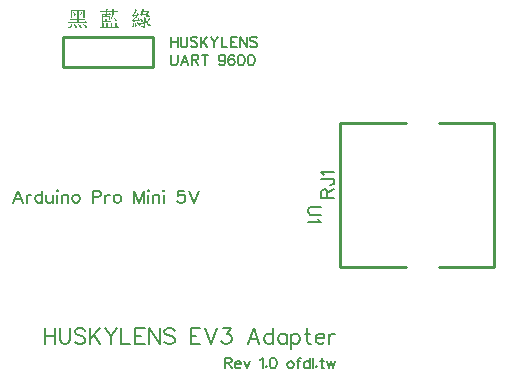
<source format=gto>
G04 Layer: TopSilkscreenLayer*
G04 EasyEDA v6.5.1, 2022-03-30 11:40:58*
G04 f7f897cffc8b4bbe8ffd8634bc846e31,7b35ab87edb5478c89a92b32cd25319b,10*
G04 Gerber Generator version 0.2*
G04 Scale: 100 percent, Rotated: No, Reflected: No *
G04 Dimensions in millimeters *
G04 leading zeros omitted , absolute positions ,4 integer and 5 decimal *
%FSLAX45Y45*%
%MOMM*%

%ADD10C,0.2540*%
%ADD18C,0.2032*%
%ADD19C,0.1524*%

%LPD*%
G36*
X-3068320Y5813298D02*
G01*
X-3070148Y5807760D01*
X-3072638Y5801410D01*
X-3075635Y5794552D01*
X-3079038Y5787593D01*
X-3082747Y5780786D01*
X-3086557Y5774436D01*
X-3090316Y5768898D01*
X-3093974Y5764530D01*
X-3096971Y5763260D01*
X-3098800Y5762752D01*
X-3091942Y5745734D01*
X-3090875Y5746191D01*
X-3089046Y5747816D01*
X-3088132Y5749036D01*
X-3076295Y5752236D01*
X-3065780Y5755386D01*
X-3072688Y5745886D01*
X-3079851Y5736894D01*
X-3086963Y5728970D01*
X-3093720Y5722620D01*
X-3096818Y5721350D01*
X-3098800Y5720842D01*
X-3092704Y5703570D01*
X-3091586Y5704078D01*
X-3089402Y5705906D01*
X-3088386Y5707126D01*
X-3064459Y5713831D01*
X-3045460Y5719572D01*
X-3044190Y5711444D01*
X-3041599Y5709564D01*
X-3039059Y5709005D01*
X-3036824Y5709513D01*
X-3034944Y5711037D01*
X-3033674Y5713425D01*
X-3033064Y5716574D01*
X-3033268Y5720334D01*
X-3034538Y5724550D01*
X-3036925Y5729071D01*
X-3040634Y5733846D01*
X-3045815Y5738672D01*
X-3052572Y5743448D01*
X-3054604Y5742686D01*
X-3050336Y5733592D01*
X-3048254Y5728563D01*
X-3046476Y5723382D01*
X-3068015Y5721705D01*
X-3086100Y5720588D01*
X-3077616Y5727700D01*
X-3069132Y5735523D01*
X-3060903Y5743803D01*
X-3053232Y5752134D01*
X-3046374Y5760161D01*
X-3040634Y5767578D01*
X-3038449Y5767324D01*
X-3036620Y5767628D01*
X-3035147Y5768340D01*
X-3034284Y5769356D01*
X-3051302Y5780786D01*
X-3055823Y5771946D01*
X-3061716Y5761736D01*
X-3087878Y5761736D01*
X-3078988Y5770981D01*
X-3070250Y5781243D01*
X-3062325Y5791708D01*
X-3055874Y5801360D01*
X-3053638Y5801461D01*
X-3051860Y5802071D01*
X-3050489Y5803036D01*
X-3049524Y5804154D01*
G37*
G36*
X-3320287Y5813044D02*
G01*
X-3320287Y5794248D01*
X-3367024Y5794248D01*
X-3366008Y5788914D01*
X-3320287Y5788914D01*
X-3320287Y5774182D01*
X-3314039Y5774486D01*
X-3310534Y5775248D01*
X-3308045Y5776315D01*
X-3307079Y5777484D01*
X-3307079Y5788914D01*
X-3266440Y5788914D01*
X-3266440Y5774690D01*
X-3263138Y5774690D01*
X-3264865Y5768136D01*
X-3269030Y5755284D01*
X-3273806Y5743244D01*
X-3279038Y5732576D01*
X-3281679Y5727954D01*
X-3279140Y5726176D01*
X-3273704Y5731306D01*
X-3268421Y5737098D01*
X-3263442Y5743448D01*
X-3258820Y5750306D01*
X-3209544Y5750306D01*
X-3207918Y5750458D01*
X-3206597Y5750915D01*
X-3205581Y5751830D01*
X-3204972Y5753100D01*
X-3214319Y5761939D01*
X-3219704Y5766562D01*
X-3228086Y5755386D01*
X-3255772Y5755386D01*
X-3249168Y5768340D01*
X-3246628Y5768492D01*
X-3244697Y5769152D01*
X-3243376Y5770321D01*
X-3242564Y5771896D01*
X-3256026Y5775960D01*
X-3253943Y5777179D01*
X-3253232Y5778246D01*
X-3253232Y5788914D01*
X-3210052Y5788914D01*
X-3208426Y5789117D01*
X-3207105Y5789676D01*
X-3206089Y5790641D01*
X-3205480Y5791962D01*
X-3221482Y5805424D01*
X-3229864Y5794248D01*
X-3253232Y5794248D01*
X-3253232Y5806440D01*
X-3250387Y5807049D01*
X-3248558Y5808065D01*
X-3247440Y5809386D01*
X-3246882Y5811012D01*
X-3266440Y5813044D01*
X-3266440Y5794248D01*
X-3307079Y5794248D01*
X-3307079Y5806440D01*
X-3304286Y5807049D01*
X-3302406Y5808065D01*
X-3301339Y5809386D01*
X-3300984Y5811012D01*
G37*
G36*
X-3010662Y5813044D02*
G01*
X-3013202Y5804103D01*
X-3016656Y5793181D01*
X-3020568Y5781852D01*
X-3024378Y5771642D01*
X-3028492Y5769965D01*
X-3030674Y5768848D01*
X-3011678Y5768848D01*
X-3007715Y5779312D01*
X-3003804Y5790692D01*
X-2969006Y5790692D01*
X-2975864Y5768848D01*
X-3030674Y5768848D01*
X-3031998Y5768086D01*
X-3018282Y5757164D01*
X-3011932Y5763768D01*
X-2977388Y5763768D01*
X-2982468Y5747512D01*
X-3040126Y5747512D01*
X-3038602Y5742432D01*
X-2997962Y5742432D01*
X-2997962Y5706618D01*
X-3019958Y5694375D01*
X-3036824Y5685790D01*
X-3038195Y5690768D01*
X-3041345Y5696254D01*
X-3046577Y5702096D01*
X-3054096Y5707888D01*
X-3056382Y5707126D01*
X-3053283Y5700522D01*
X-3050641Y5692952D01*
X-3049016Y5685028D01*
X-3048762Y5677408D01*
X-3045256Y5675020D01*
X-3041853Y5674918D01*
X-3039008Y5676747D01*
X-3037078Y5680202D01*
X-3028442Y5670042D01*
X-3026714Y5672124D01*
X-3026105Y5673496D01*
X-3025902Y5675122D01*
X-3010306Y5689193D01*
X-2997962Y5700776D01*
X-2997962Y5668772D01*
X-2998114Y5667197D01*
X-2998724Y5666181D01*
X-2999892Y5665622D01*
X-3001772Y5665470D01*
X-3022092Y5666740D01*
X-3022092Y5663946D01*
X-3016808Y5663082D01*
X-3012744Y5662015D01*
X-3009747Y5660694D01*
X-3007614Y5659120D01*
X-3006293Y5657494D01*
X-3005277Y5655310D01*
X-3004667Y5652770D01*
X-3004312Y5649976D01*
X-2994101Y5652058D01*
X-2988259Y5655970D01*
X-2985617Y5661456D01*
X-2985008Y5668264D01*
X-2985008Y5737606D01*
X-2983331Y5728411D01*
X-2981452Y5720029D01*
X-2979267Y5712307D01*
X-2976829Y5705246D01*
X-2974086Y5698794D01*
X-2971088Y5692902D01*
X-2967786Y5687466D01*
X-2964180Y5682488D01*
X-2960268Y5677865D01*
X-2956052Y5673598D01*
X-2951530Y5669534D01*
X-2946654Y5665724D01*
X-2944926Y5670296D01*
X-2942539Y5673953D01*
X-2939440Y5676595D01*
X-2935732Y5678170D01*
X-2935224Y5679948D01*
X-2944418Y5684774D01*
X-2948889Y5687568D01*
X-2953258Y5690666D01*
X-2957474Y5694172D01*
X-2961487Y5698032D01*
X-2965348Y5702350D01*
X-2969006Y5707126D01*
X-2944622Y5725668D01*
X-2942285Y5725312D01*
X-2940558Y5725414D01*
X-2939389Y5725871D01*
X-2938780Y5726684D01*
X-2954020Y5737860D01*
X-2961843Y5724702D01*
X-2971038Y5710174D01*
X-2974695Y5717082D01*
X-2977997Y5724702D01*
X-2980842Y5733084D01*
X-2983230Y5742432D01*
X-2938780Y5742432D01*
X-2937154Y5742584D01*
X-2935833Y5743092D01*
X-2934817Y5743956D01*
X-2934208Y5745226D01*
X-2944012Y5754268D01*
X-2949448Y5758942D01*
X-2957830Y5747512D01*
X-2968244Y5747512D01*
X-2955290Y5788914D01*
X-2951581Y5789574D01*
X-2950260Y5790234D01*
X-2949194Y5791200D01*
X-2962402Y5802630D01*
X-2969260Y5795772D01*
X-3002280Y5795772D01*
X-2998978Y5805424D01*
X-2996031Y5805779D01*
X-2993898Y5806744D01*
X-2992526Y5808116D01*
X-2991866Y5809742D01*
G37*
G36*
X-3505454Y5810504D02*
G01*
X-3512312Y5802630D01*
X-3599942Y5802630D01*
X-3615182Y5809234D01*
X-3615182Y5797296D01*
X-3511042Y5797296D01*
X-3511042Y5749290D01*
X-3549650Y5749290D01*
X-3549650Y5797296D01*
X-3563620Y5797296D01*
X-3563620Y5749290D01*
X-3600958Y5749290D01*
X-3600958Y5797296D01*
X-3615182Y5797296D01*
X-3615182Y5734304D01*
X-3613150Y5734304D01*
X-3608781Y5734862D01*
X-3604869Y5736132D01*
X-3602024Y5737707D01*
X-3600958Y5739130D01*
X-3600958Y5744210D01*
X-3563620Y5744210D01*
X-3563620Y5724906D01*
X-3621532Y5724906D01*
X-3620008Y5719572D01*
X-3563620Y5719572D01*
X-3563620Y5700014D01*
X-3637534Y5700014D01*
X-3635756Y5694934D01*
X-3478784Y5694934D01*
X-3477158Y5695137D01*
X-3475837Y5695645D01*
X-3474821Y5696559D01*
X-3474212Y5697728D01*
X-3479596Y5702554D01*
X-3491484Y5712206D01*
X-3500882Y5700014D01*
X-3549650Y5700014D01*
X-3549650Y5719572D01*
X-3493008Y5719572D01*
X-3491280Y5719775D01*
X-3489960Y5720334D01*
X-3488994Y5721299D01*
X-3488436Y5722620D01*
X-3505200Y5736844D01*
X-3514344Y5724906D01*
X-3549650Y5724906D01*
X-3549650Y5744210D01*
X-3511042Y5744210D01*
X-3511042Y5737606D01*
X-3508756Y5737606D01*
X-3504844Y5738114D01*
X-3500932Y5739231D01*
X-3497884Y5740603D01*
X-3496564Y5741670D01*
X-3496564Y5795264D01*
X-3494379Y5795822D01*
X-3492500Y5796584D01*
X-3489960Y5798312D01*
G37*
G36*
X-3530854Y5789422D02*
G01*
X-3532733Y5782513D01*
X-3535476Y5774080D01*
X-3538626Y5765292D01*
X-3541776Y5757418D01*
X-3539744Y5756402D01*
X-3533851Y5762142D01*
X-3523081Y5774232D01*
X-3518915Y5779262D01*
X-3516528Y5779211D01*
X-3514750Y5779770D01*
X-3513582Y5780684D01*
X-3513074Y5781802D01*
G37*
G36*
X-3593084Y5788406D02*
G01*
X-3595115Y5787390D01*
X-3591712Y5781395D01*
X-3588664Y5774436D01*
X-3586429Y5767120D01*
X-3585464Y5759958D01*
X-3582822Y5758078D01*
X-3580282Y5757418D01*
X-3577894Y5757875D01*
X-3575913Y5759246D01*
X-3574491Y5761482D01*
X-3573729Y5764377D01*
X-3573881Y5767832D01*
X-3574999Y5771642D01*
X-3577336Y5775756D01*
X-3581044Y5780024D01*
X-3586226Y5784291D01*
G37*
G36*
X-3288284Y5779008D02*
G01*
X-3295650Y5769356D01*
X-3339084Y5769356D01*
X-3354324Y5776976D01*
X-3354324Y5764276D01*
X-3322065Y5764276D01*
X-3322065Y5750814D01*
X-3341370Y5750814D01*
X-3341370Y5764276D01*
X-3354324Y5764276D01*
X-3354324Y5745480D01*
X-3295650Y5745480D01*
X-3295650Y5731510D01*
X-3341370Y5731510D01*
X-3341370Y5745480D01*
X-3354324Y5745480D01*
X-3354324Y5726176D01*
X-3322065Y5726176D01*
X-3322065Y5712460D01*
X-3341370Y5712460D01*
X-3341370Y5726176D01*
X-3354324Y5726176D01*
X-3354324Y5713984D01*
X-3357270Y5711952D01*
X-3359658Y5709920D01*
X-3344672Y5701284D01*
X-3340100Y5707380D01*
X-3276092Y5707380D01*
X-3274618Y5707583D01*
X-3273348Y5708091D01*
X-3272383Y5709005D01*
X-3271774Y5710174D01*
X-3275888Y5714085D01*
X-3284982Y5721604D01*
X-3292094Y5712460D01*
X-3309874Y5712460D01*
X-3309874Y5726176D01*
X-3295650Y5726176D01*
X-3295650Y5722112D01*
X-3290620Y5722467D01*
X-3287369Y5723382D01*
X-3284829Y5724448D01*
X-3283712Y5725414D01*
X-3283712Y5744210D01*
X-3281730Y5744718D01*
X-3278733Y5746191D01*
X-3277870Y5747004D01*
X-3291078Y5757164D01*
X-3297174Y5750814D01*
X-3309874Y5750814D01*
X-3309874Y5764276D01*
X-3278632Y5764276D01*
X-3276904Y5764479D01*
X-3275634Y5764987D01*
X-3274720Y5765901D01*
X-3274314Y5767070D01*
X-3278632Y5771184D01*
G37*
G36*
X-3254248Y5743194D02*
G01*
X-3256279Y5742178D01*
X-3250336Y5736082D01*
X-3244850Y5728868D01*
X-3240481Y5721146D01*
X-3237992Y5713476D01*
X-3234690Y5711901D01*
X-3231692Y5711647D01*
X-3229152Y5712612D01*
X-3227273Y5714593D01*
X-3226104Y5717336D01*
X-3225901Y5720740D01*
X-3226866Y5724499D01*
X-3229102Y5728563D01*
X-3232759Y5732627D01*
X-3238093Y5736539D01*
X-3245205Y5740146D01*
G37*
G36*
X-3028442Y5736336D02*
G01*
X-3030474Y5735066D01*
X-3026105Y5729376D01*
X-3022092Y5722569D01*
X-3019044Y5715406D01*
X-3017520Y5708396D01*
X-3014624Y5706668D01*
X-3011830Y5706211D01*
X-3009392Y5706922D01*
X-3007410Y5708548D01*
X-3006090Y5710936D01*
X-3005531Y5713984D01*
X-3005988Y5717489D01*
X-3007563Y5721299D01*
X-3010408Y5725261D01*
X-3014726Y5729173D01*
X-3020669Y5732932D01*
G37*
G36*
X-3234436Y5704078D02*
G01*
X-3241294Y5697220D01*
X-3334765Y5697220D01*
X-3350514Y5703570D01*
X-3350514Y5692140D01*
X-3240024Y5692140D01*
X-3240024Y5661406D01*
X-3263138Y5661406D01*
X-3263138Y5692140D01*
X-3276600Y5692140D01*
X-3276600Y5661406D01*
X-3300476Y5661406D01*
X-3300476Y5692140D01*
X-3313937Y5692140D01*
X-3313937Y5661406D01*
X-3337051Y5661406D01*
X-3337051Y5692140D01*
X-3350514Y5692140D01*
X-3350514Y5661406D01*
X-3368801Y5661406D01*
X-3367278Y5656326D01*
X-3209544Y5656326D01*
X-3207816Y5656529D01*
X-3206394Y5657037D01*
X-3205429Y5657951D01*
X-3204972Y5659120D01*
X-3213404Y5667603D01*
X-3218180Y5672074D01*
X-3225546Y5661406D01*
X-3226054Y5661406D01*
X-3226054Y5690870D01*
X-3224123Y5691378D01*
X-3221278Y5692851D01*
X-3220466Y5693664D01*
G37*
G36*
X-3069844Y5702554D02*
G01*
X-3072130Y5701792D01*
X-3070809Y5694375D01*
X-3069996Y5685942D01*
X-3069894Y5677204D01*
X-3070860Y5668772D01*
X-3068421Y5666536D01*
X-3065932Y5665571D01*
X-3063494Y5665825D01*
X-3061258Y5667146D01*
X-3059480Y5669432D01*
X-3058160Y5672531D01*
X-3057550Y5676341D01*
X-3057753Y5680811D01*
X-3058922Y5685790D01*
X-3061258Y5691124D01*
X-3064814Y5696762D01*
G37*
G36*
X-3087624Y5698490D02*
G01*
X-3087827Y5690362D01*
X-3089656Y5682437D01*
X-3092602Y5675680D01*
X-3096260Y5670804D01*
X-3098393Y5668314D01*
X-3099765Y5665520D01*
X-3100171Y5662574D01*
X-3099308Y5659628D01*
X-3096514Y5657545D01*
X-3092907Y5657189D01*
X-3089249Y5658408D01*
X-3086354Y5660898D01*
X-3084677Y5663539D01*
X-3083255Y5666790D01*
X-3082188Y5670702D01*
X-3081578Y5675223D01*
X-3081426Y5680252D01*
X-3081832Y5685840D01*
X-3082848Y5691936D01*
X-3084576Y5698490D01*
G37*
G36*
X-3610864Y5689346D02*
G01*
X-3613251Y5680811D01*
X-3617976Y5673648D01*
X-3624021Y5668111D01*
X-3630422Y5664454D01*
X-3633317Y5662472D01*
X-3635400Y5659983D01*
X-3636365Y5657037D01*
X-3636010Y5653786D01*
X-3633622Y5650941D01*
X-3630015Y5649671D01*
X-3625748Y5649874D01*
X-3621532Y5651500D01*
X-3618382Y5653582D01*
X-3615232Y5656427D01*
X-3612387Y5660034D01*
X-3609898Y5664403D01*
X-3608070Y5669483D01*
X-3606952Y5675274D01*
X-3606800Y5681827D01*
X-3607815Y5689092D01*
G37*
G36*
X-3516122Y5688838D02*
G01*
X-3517646Y5687060D01*
X-3513277Y5683605D01*
X-3508806Y5679694D01*
X-3504437Y5675325D01*
X-3500272Y5670702D01*
X-3496462Y5665825D01*
X-3493109Y5660898D01*
X-3490366Y5656021D01*
X-3488436Y5651246D01*
X-3485489Y5649976D01*
X-3482848Y5649620D01*
X-3480511Y5650128D01*
X-3478580Y5651347D01*
X-3477158Y5653176D01*
X-3476345Y5655614D01*
X-3476142Y5658459D01*
X-3476650Y5661660D01*
X-3477971Y5665114D01*
X-3480206Y5668772D01*
X-3483356Y5672480D01*
X-3487521Y5676188D01*
X-3492855Y5679744D01*
X-3499307Y5683097D01*
X-3507028Y5686196D01*
G37*
G36*
X-3584194Y5688076D02*
G01*
X-3586479Y5687314D01*
X-3583889Y5679846D01*
X-3581755Y5671515D01*
X-3580282Y5662980D01*
X-3579876Y5654802D01*
X-3576929Y5652516D01*
X-3573983Y5651601D01*
X-3571240Y5651906D01*
X-3568903Y5653379D01*
X-3567125Y5655818D01*
X-3566058Y5659069D01*
X-3565855Y5662980D01*
X-3566718Y5667502D01*
X-3568801Y5672378D01*
X-3572306Y5677509D01*
X-3577386Y5682792D01*
G37*
G36*
X-3550920Y5688076D02*
G01*
X-3552951Y5687060D01*
X-3548024Y5679694D01*
X-3543198Y5671362D01*
X-3539185Y5662676D01*
X-3536696Y5654294D01*
X-3534156Y5652719D01*
X-3531717Y5651957D01*
X-3529482Y5652008D01*
X-3527501Y5652770D01*
X-3525824Y5654141D01*
X-3524605Y5656021D01*
X-3523843Y5658408D01*
X-3523589Y5661202D01*
X-3524046Y5664250D01*
X-3525164Y5667603D01*
X-3527094Y5671058D01*
X-3529837Y5674614D01*
X-3533546Y5678170D01*
X-3538220Y5681675D01*
X-3544011Y5684977D01*
G37*
D18*
X-3835400Y3108960D02*
G01*
X-3835400Y2979165D01*
X-3748786Y3108960D02*
G01*
X-3748786Y2979165D01*
X-3835400Y3047237D02*
G01*
X-3748786Y3047237D01*
X-3708145Y3108960D02*
G01*
X-3708145Y3016250D01*
X-3701795Y2997707D01*
X-3689604Y2985515D01*
X-3671062Y2979165D01*
X-3658615Y2979165D01*
X-3640073Y2985515D01*
X-3627628Y2997707D01*
X-3621531Y3016250D01*
X-3621531Y3108960D01*
X-3494278Y3090418D02*
G01*
X-3506470Y3102863D01*
X-3525012Y3108960D01*
X-3549904Y3108960D01*
X-3568445Y3102863D01*
X-3580637Y3090418D01*
X-3580637Y3078226D01*
X-3574542Y3065779D01*
X-3568445Y3059684D01*
X-3556000Y3053334D01*
X-3518915Y3041142D01*
X-3506470Y3034792D01*
X-3500373Y3028695D01*
X-3494278Y3016250D01*
X-3494278Y2997707D01*
X-3506470Y2985515D01*
X-3525012Y2979165D01*
X-3549904Y2979165D01*
X-3568445Y2985515D01*
X-3580637Y2997707D01*
X-3453384Y3108960D02*
G01*
X-3453384Y2979165D01*
X-3366770Y3108960D02*
G01*
X-3453384Y3022600D01*
X-3422395Y3053334D02*
G01*
X-3366770Y2979165D01*
X-3326129Y3108960D02*
G01*
X-3276600Y3047237D01*
X-3276600Y2979165D01*
X-3227070Y3108960D02*
G01*
X-3276600Y3047237D01*
X-3186429Y3108960D02*
G01*
X-3186429Y2979165D01*
X-3186429Y2979165D02*
G01*
X-3112007Y2979165D01*
X-3071368Y3108960D02*
G01*
X-3071368Y2979165D01*
X-3071368Y3108960D02*
G01*
X-2990850Y3108960D01*
X-3071368Y3047237D02*
G01*
X-3021837Y3047237D01*
X-3071368Y2979165D02*
G01*
X-2990850Y2979165D01*
X-2950210Y3108960D02*
G01*
X-2950210Y2979165D01*
X-2950210Y3108960D02*
G01*
X-2863595Y2979165D01*
X-2863595Y3108960D02*
G01*
X-2863595Y2979165D01*
X-2736342Y3090418D02*
G01*
X-2748534Y3102863D01*
X-2767076Y3108960D01*
X-2791968Y3108960D01*
X-2810510Y3102863D01*
X-2822702Y3090418D01*
X-2822702Y3078226D01*
X-2816605Y3065779D01*
X-2810510Y3059684D01*
X-2798063Y3053334D01*
X-2760979Y3041142D01*
X-2748534Y3034792D01*
X-2742437Y3028695D01*
X-2736342Y3016250D01*
X-2736342Y2997707D01*
X-2748534Y2985515D01*
X-2767076Y2979165D01*
X-2791968Y2979165D01*
X-2810510Y2985515D01*
X-2822702Y2997707D01*
X-2600197Y3108960D02*
G01*
X-2600197Y2979165D01*
X-2600197Y3108960D02*
G01*
X-2519934Y3108960D01*
X-2600197Y3047237D02*
G01*
X-2550921Y3047237D01*
X-2600197Y2979165D02*
G01*
X-2519934Y2979165D01*
X-2479039Y3108960D02*
G01*
X-2429763Y2979165D01*
X-2380234Y3108960D02*
G01*
X-2429763Y2979165D01*
X-2327147Y3108960D02*
G01*
X-2259076Y3108960D01*
X-2296160Y3059684D01*
X-2277618Y3059684D01*
X-2265171Y3053334D01*
X-2259076Y3047237D01*
X-2252979Y3028695D01*
X-2252979Y3016250D01*
X-2259076Y2997707D01*
X-2271521Y2985515D01*
X-2290063Y2979165D01*
X-2308605Y2979165D01*
X-2327147Y2985515D01*
X-2333244Y2991612D01*
X-2339339Y3004057D01*
X-2067305Y3108960D02*
G01*
X-2116836Y2979165D01*
X-2067305Y3108960D02*
G01*
X-2018029Y2979165D01*
X-2098294Y3022600D02*
G01*
X-2036571Y3022600D01*
X-1902968Y3108960D02*
G01*
X-1902968Y2979165D01*
X-1902968Y3047237D02*
G01*
X-1915413Y3059684D01*
X-1927605Y3065779D01*
X-1946147Y3065779D01*
X-1958594Y3059684D01*
X-1971039Y3047237D01*
X-1977136Y3028695D01*
X-1977136Y3016250D01*
X-1971039Y2997707D01*
X-1958594Y2985515D01*
X-1946147Y2979165D01*
X-1927605Y2979165D01*
X-1915413Y2985515D01*
X-1902968Y2997707D01*
X-1787905Y3065779D02*
G01*
X-1787905Y2979165D01*
X-1787905Y3047237D02*
G01*
X-1800352Y3059684D01*
X-1812797Y3065779D01*
X-1831339Y3065779D01*
X-1843531Y3059684D01*
X-1855978Y3047237D01*
X-1862073Y3028695D01*
X-1862073Y3016250D01*
X-1855978Y2997707D01*
X-1843531Y2985515D01*
X-1831339Y2979165D01*
X-1812797Y2979165D01*
X-1800352Y2985515D01*
X-1787905Y2997707D01*
X-1747265Y3065779D02*
G01*
X-1747265Y2935986D01*
X-1747265Y3047237D02*
G01*
X-1734820Y3059684D01*
X-1722373Y3065779D01*
X-1703831Y3065779D01*
X-1691639Y3059684D01*
X-1679194Y3047237D01*
X-1673097Y3028695D01*
X-1673097Y3016250D01*
X-1679194Y2997707D01*
X-1691639Y2985515D01*
X-1703831Y2979165D01*
X-1722373Y2979165D01*
X-1734820Y2985515D01*
X-1747265Y2997707D01*
X-1613662Y3108960D02*
G01*
X-1613662Y3004057D01*
X-1607565Y2985515D01*
X-1595120Y2979165D01*
X-1582673Y2979165D01*
X-1632204Y3065779D02*
G01*
X-1589023Y3065779D01*
X-1542034Y3028695D02*
G01*
X-1467865Y3028695D01*
X-1467865Y3041142D01*
X-1473962Y3053334D01*
X-1480057Y3059684D01*
X-1492504Y3065779D01*
X-1511045Y3065779D01*
X-1523492Y3059684D01*
X-1535684Y3047237D01*
X-1542034Y3028695D01*
X-1542034Y3016250D01*
X-1535684Y2997707D01*
X-1523492Y2985515D01*
X-1511045Y2979165D01*
X-1492504Y2979165D01*
X-1480057Y2985515D01*
X-1467865Y2997707D01*
X-1426971Y3065779D02*
G01*
X-1426971Y2979165D01*
X-1426971Y3028695D02*
G01*
X-1420876Y3047237D01*
X-1408429Y3059684D01*
X-1395984Y3065779D01*
X-1377442Y3065779D01*
X-4062221Y4276597D02*
G01*
X-4102100Y4171695D01*
X-4062221Y4276597D02*
G01*
X-4022089Y4171695D01*
X-4087113Y4206494D02*
G01*
X-4037076Y4206494D01*
X-3989070Y4241545D02*
G01*
X-3989070Y4171695D01*
X-3989070Y4211573D02*
G01*
X-3983989Y4226560D01*
X-3974084Y4236720D01*
X-3964178Y4241545D01*
X-3949192Y4241545D01*
X-3855973Y4276597D02*
G01*
X-3855973Y4171695D01*
X-3855973Y4226560D02*
G01*
X-3866134Y4236720D01*
X-3876039Y4241545D01*
X-3891026Y4241545D01*
X-3901186Y4236720D01*
X-3911092Y4226560D01*
X-3916171Y4211573D01*
X-3916171Y4201668D01*
X-3911092Y4186681D01*
X-3901186Y4176521D01*
X-3891026Y4171695D01*
X-3876039Y4171695D01*
X-3866134Y4176521D01*
X-3855973Y4186681D01*
X-3823207Y4241545D02*
G01*
X-3823207Y4191507D01*
X-3818128Y4176521D01*
X-3808221Y4171695D01*
X-3792981Y4171695D01*
X-3783076Y4176521D01*
X-3768089Y4191507D01*
X-3768089Y4241545D02*
G01*
X-3768089Y4171695D01*
X-3735070Y4276597D02*
G01*
X-3729989Y4271518D01*
X-3725163Y4276597D01*
X-3729989Y4281678D01*
X-3735070Y4276597D01*
X-3729989Y4241545D02*
G01*
X-3729989Y4171695D01*
X-3692144Y4241545D02*
G01*
X-3692144Y4171695D01*
X-3692144Y4221479D02*
G01*
X-3677157Y4236720D01*
X-3666997Y4241545D01*
X-3652012Y4241545D01*
X-3642105Y4236720D01*
X-3637026Y4221479D01*
X-3637026Y4171695D01*
X-3579113Y4241545D02*
G01*
X-3589020Y4236720D01*
X-3599179Y4226560D01*
X-3604005Y4211573D01*
X-3604005Y4201668D01*
X-3599179Y4186681D01*
X-3589020Y4176521D01*
X-3579113Y4171695D01*
X-3564128Y4171695D01*
X-3554221Y4176521D01*
X-3544062Y4186681D01*
X-3538981Y4201668D01*
X-3538981Y4211573D01*
X-3544062Y4226560D01*
X-3554221Y4236720D01*
X-3564128Y4241545D01*
X-3579113Y4241545D01*
X-3429000Y4276597D02*
G01*
X-3429000Y4171695D01*
X-3429000Y4276597D02*
G01*
X-3384042Y4276597D01*
X-3369055Y4271518D01*
X-3363976Y4266692D01*
X-3359150Y4256531D01*
X-3359150Y4241545D01*
X-3363976Y4231639D01*
X-3369055Y4226560D01*
X-3384042Y4221479D01*
X-3429000Y4221479D01*
X-3326129Y4241545D02*
G01*
X-3326129Y4171695D01*
X-3326129Y4211573D02*
G01*
X-3321050Y4226560D01*
X-3311144Y4236720D01*
X-3300984Y4241545D01*
X-3285997Y4241545D01*
X-3228086Y4241545D02*
G01*
X-3237992Y4236720D01*
X-3248152Y4226560D01*
X-3252978Y4211573D01*
X-3252978Y4201668D01*
X-3248152Y4186681D01*
X-3237992Y4176521D01*
X-3228086Y4171695D01*
X-3213100Y4171695D01*
X-3203194Y4176521D01*
X-3193034Y4186681D01*
X-3188207Y4201668D01*
X-3188207Y4211573D01*
X-3193034Y4226560D01*
X-3203194Y4236720D01*
X-3213100Y4241545D01*
X-3228086Y4241545D01*
X-3078226Y4276597D02*
G01*
X-3078226Y4171695D01*
X-3078226Y4276597D02*
G01*
X-3038094Y4171695D01*
X-2998215Y4276597D02*
G01*
X-3038094Y4171695D01*
X-2998215Y4276597D02*
G01*
X-2998215Y4171695D01*
X-2965195Y4276597D02*
G01*
X-2960115Y4271518D01*
X-2955036Y4276597D01*
X-2960115Y4281678D01*
X-2965195Y4276597D01*
X-2960115Y4241545D02*
G01*
X-2960115Y4171695D01*
X-2922015Y4241545D02*
G01*
X-2922015Y4171695D01*
X-2922015Y4221479D02*
G01*
X-2907029Y4236720D01*
X-2897123Y4241545D01*
X-2882137Y4241545D01*
X-2871978Y4236720D01*
X-2867152Y4221479D01*
X-2867152Y4171695D01*
X-2834131Y4276597D02*
G01*
X-2829052Y4271518D01*
X-2824226Y4276597D01*
X-2829052Y4281678D01*
X-2834131Y4276597D01*
X-2829052Y4241545D02*
G01*
X-2829052Y4171695D01*
X-2654045Y4276597D02*
G01*
X-2704084Y4276597D01*
X-2709163Y4231639D01*
X-2704084Y4236720D01*
X-2689097Y4241545D01*
X-2674112Y4241545D01*
X-2659126Y4236720D01*
X-2649220Y4226560D01*
X-2644139Y4211573D01*
X-2644139Y4201668D01*
X-2649220Y4186681D01*
X-2659126Y4176521D01*
X-2674112Y4171695D01*
X-2689097Y4171695D01*
X-2704084Y4176521D01*
X-2709163Y4181602D01*
X-2713989Y4191507D01*
X-2611120Y4276597D02*
G01*
X-2570987Y4171695D01*
X-2531110Y4276597D02*
G01*
X-2570987Y4171695D01*
D19*
X-2768600Y5424931D02*
G01*
X-2768600Y5363463D01*
X-2764536Y5351271D01*
X-2756407Y5342889D01*
X-2743962Y5338826D01*
X-2735834Y5338826D01*
X-2723642Y5342889D01*
X-2715513Y5351271D01*
X-2711450Y5363463D01*
X-2711450Y5424931D01*
X-2651505Y5424931D02*
G01*
X-2684271Y5338826D01*
X-2651505Y5424931D02*
G01*
X-2618994Y5338826D01*
X-2672079Y5367528D02*
G01*
X-2631186Y5367528D01*
X-2591815Y5424931D02*
G01*
X-2591815Y5338826D01*
X-2591815Y5424931D02*
G01*
X-2554986Y5424931D01*
X-2542794Y5420613D01*
X-2538729Y5416550D01*
X-2534665Y5408421D01*
X-2534665Y5400294D01*
X-2538729Y5392165D01*
X-2542794Y5388102D01*
X-2554986Y5383784D01*
X-2591815Y5383784D01*
X-2563113Y5383784D02*
G01*
X-2534665Y5338826D01*
X-2479039Y5424931D02*
G01*
X-2479039Y5338826D01*
X-2507487Y5424931D02*
G01*
X-2450337Y5424931D01*
X-2307081Y5396229D02*
G01*
X-2311145Y5383784D01*
X-2319528Y5375655D01*
X-2331720Y5371592D01*
X-2335784Y5371592D01*
X-2347976Y5375655D01*
X-2356357Y5383784D01*
X-2360421Y5396229D01*
X-2360421Y5400294D01*
X-2356357Y5412486D01*
X-2347976Y5420613D01*
X-2335784Y5424931D01*
X-2331720Y5424931D01*
X-2319528Y5420613D01*
X-2311145Y5412486D01*
X-2307081Y5396229D01*
X-2307081Y5375655D01*
X-2311145Y5355336D01*
X-2319528Y5342889D01*
X-2331720Y5338826D01*
X-2339847Y5338826D01*
X-2352039Y5342889D01*
X-2356357Y5351271D01*
X-2231136Y5412486D02*
G01*
X-2235200Y5420613D01*
X-2247392Y5424931D01*
X-2255520Y5424931D01*
X-2267965Y5420613D01*
X-2276094Y5408421D01*
X-2280157Y5388102D01*
X-2280157Y5367528D01*
X-2276094Y5351271D01*
X-2267965Y5342889D01*
X-2255520Y5338826D01*
X-2251455Y5338826D01*
X-2239263Y5342889D01*
X-2231136Y5351271D01*
X-2227071Y5363463D01*
X-2227071Y5367528D01*
X-2231136Y5379720D01*
X-2239263Y5388102D01*
X-2251455Y5392165D01*
X-2255520Y5392165D01*
X-2267965Y5388102D01*
X-2276094Y5379720D01*
X-2280157Y5367528D01*
X-2175510Y5424931D02*
G01*
X-2187702Y5420613D01*
X-2195829Y5408421D01*
X-2199894Y5388102D01*
X-2199894Y5375655D01*
X-2195829Y5355336D01*
X-2187702Y5342889D01*
X-2175510Y5338826D01*
X-2167128Y5338826D01*
X-2154936Y5342889D01*
X-2146807Y5355336D01*
X-2142744Y5375655D01*
X-2142744Y5388102D01*
X-2146807Y5408421D01*
X-2154936Y5420613D01*
X-2167128Y5424931D01*
X-2175510Y5424931D01*
X-2091181Y5424931D02*
G01*
X-2103373Y5420613D01*
X-2111502Y5408421D01*
X-2115565Y5388102D01*
X-2115565Y5375655D01*
X-2111502Y5355336D01*
X-2103373Y5342889D01*
X-2091181Y5338826D01*
X-2083054Y5338826D01*
X-2070607Y5342889D01*
X-2062479Y5355336D01*
X-2058415Y5375655D01*
X-2058415Y5388102D01*
X-2062479Y5408421D01*
X-2070607Y5420613D01*
X-2083054Y5424931D01*
X-2091181Y5424931D01*
X-2311400Y2859531D02*
G01*
X-2311400Y2773426D01*
X-2311400Y2859531D02*
G01*
X-2274570Y2859531D01*
X-2262378Y2855213D01*
X-2258313Y2851150D01*
X-2254250Y2843021D01*
X-2254250Y2834894D01*
X-2258313Y2826765D01*
X-2262378Y2822702D01*
X-2274570Y2818384D01*
X-2311400Y2818384D01*
X-2282697Y2818384D02*
G01*
X-2254250Y2773426D01*
X-2227071Y2806192D02*
G01*
X-2178050Y2806192D01*
X-2178050Y2814320D01*
X-2182113Y2822702D01*
X-2186178Y2826765D01*
X-2194305Y2830829D01*
X-2206752Y2830829D01*
X-2214879Y2826765D01*
X-2223007Y2818384D01*
X-2227071Y2806192D01*
X-2227071Y2798063D01*
X-2223007Y2785871D01*
X-2214879Y2777489D01*
X-2206752Y2773426D01*
X-2194305Y2773426D01*
X-2186178Y2777489D01*
X-2178050Y2785871D01*
X-2151126Y2830829D02*
G01*
X-2126487Y2773426D01*
X-2101850Y2830829D02*
G01*
X-2126487Y2773426D01*
X-2011934Y2843021D02*
G01*
X-2003805Y2847086D01*
X-1991613Y2859531D01*
X-1991613Y2773426D01*
X-1960371Y2794000D02*
G01*
X-1964436Y2789936D01*
X-1960371Y2785871D01*
X-1956307Y2789936D01*
X-1960371Y2794000D01*
X-1904745Y2859531D02*
G01*
X-1916937Y2855213D01*
X-1925320Y2843021D01*
X-1929384Y2822702D01*
X-1929384Y2810255D01*
X-1925320Y2789936D01*
X-1916937Y2777489D01*
X-1904745Y2773426D01*
X-1896618Y2773426D01*
X-1884426Y2777489D01*
X-1876044Y2789936D01*
X-1871979Y2810255D01*
X-1871979Y2822702D01*
X-1876044Y2843021D01*
X-1884426Y2855213D01*
X-1896618Y2859531D01*
X-1904745Y2859531D01*
X-1761489Y2830829D02*
G01*
X-1769871Y2826765D01*
X-1778000Y2818384D01*
X-1782063Y2806192D01*
X-1782063Y2798063D01*
X-1778000Y2785871D01*
X-1769871Y2777489D01*
X-1761489Y2773426D01*
X-1749297Y2773426D01*
X-1741170Y2777489D01*
X-1733042Y2785871D01*
X-1728978Y2798063D01*
X-1728978Y2806192D01*
X-1733042Y2818384D01*
X-1741170Y2826765D01*
X-1749297Y2830829D01*
X-1761489Y2830829D01*
X-1669034Y2859531D02*
G01*
X-1677415Y2859531D01*
X-1685544Y2855213D01*
X-1689607Y2843021D01*
X-1689607Y2773426D01*
X-1701800Y2830829D02*
G01*
X-1673097Y2830829D01*
X-1593087Y2859531D02*
G01*
X-1593087Y2773426D01*
X-1593087Y2818384D02*
G01*
X-1601215Y2826765D01*
X-1609344Y2830829D01*
X-1621789Y2830829D01*
X-1629918Y2826765D01*
X-1638045Y2818384D01*
X-1642110Y2806192D01*
X-1642110Y2798063D01*
X-1638045Y2785871D01*
X-1629918Y2777489D01*
X-1621789Y2773426D01*
X-1609344Y2773426D01*
X-1601215Y2777489D01*
X-1593087Y2785871D01*
X-1566163Y2859531D02*
G01*
X-1566163Y2773426D01*
X-1534921Y2794000D02*
G01*
X-1538986Y2789936D01*
X-1534921Y2785871D01*
X-1530857Y2789936D01*
X-1534921Y2794000D01*
X-1491487Y2859531D02*
G01*
X-1491487Y2789936D01*
X-1487423Y2777489D01*
X-1479295Y2773426D01*
X-1471168Y2773426D01*
X-1503934Y2830829D02*
G01*
X-1475231Y2830829D01*
X-1444244Y2830829D02*
G01*
X-1427734Y2773426D01*
X-1411478Y2830829D02*
G01*
X-1427734Y2773426D01*
X-1411478Y2830829D02*
G01*
X-1394968Y2773426D01*
X-1378712Y2830829D02*
G01*
X-1394968Y2773426D01*
X-2768600Y5577331D02*
G01*
X-2768600Y5491226D01*
X-2711450Y5577331D02*
G01*
X-2711450Y5491226D01*
X-2768600Y5536184D02*
G01*
X-2711450Y5536184D01*
X-2684271Y5577331D02*
G01*
X-2684271Y5515863D01*
X-2680207Y5503671D01*
X-2672079Y5495289D01*
X-2659887Y5491226D01*
X-2651505Y5491226D01*
X-2639313Y5495289D01*
X-2631186Y5503671D01*
X-2627121Y5515863D01*
X-2627121Y5577331D01*
X-2542794Y5564886D02*
G01*
X-2550921Y5573013D01*
X-2563113Y5577331D01*
X-2579623Y5577331D01*
X-2591815Y5573013D01*
X-2599944Y5564886D01*
X-2599944Y5556757D01*
X-2595879Y5548629D01*
X-2591815Y5544565D01*
X-2583687Y5540502D01*
X-2559050Y5532120D01*
X-2550921Y5528055D01*
X-2546857Y5523992D01*
X-2542794Y5515863D01*
X-2542794Y5503671D01*
X-2550921Y5495289D01*
X-2563113Y5491226D01*
X-2579623Y5491226D01*
X-2591815Y5495289D01*
X-2599944Y5503671D01*
X-2515870Y5577331D02*
G01*
X-2515870Y5491226D01*
X-2458465Y5577331D02*
G01*
X-2515870Y5519928D01*
X-2495295Y5540502D02*
G01*
X-2458465Y5491226D01*
X-2431542Y5577331D02*
G01*
X-2398776Y5536184D01*
X-2398776Y5491226D01*
X-2366010Y5577331D02*
G01*
X-2398776Y5536184D01*
X-2339086Y5577331D02*
G01*
X-2339086Y5491226D01*
X-2339086Y5491226D02*
G01*
X-2290063Y5491226D01*
X-2262886Y5577331D02*
G01*
X-2262886Y5491226D01*
X-2262886Y5577331D02*
G01*
X-2209800Y5577331D01*
X-2262886Y5536184D02*
G01*
X-2230120Y5536184D01*
X-2262886Y5491226D02*
G01*
X-2209800Y5491226D01*
X-2182876Y5577331D02*
G01*
X-2182876Y5491226D01*
X-2182876Y5577331D02*
G01*
X-2125471Y5491226D01*
X-2125471Y5577331D02*
G01*
X-2125471Y5491226D01*
X-2041144Y5564886D02*
G01*
X-2049526Y5573013D01*
X-2061718Y5577331D01*
X-2077973Y5577331D01*
X-2090420Y5573013D01*
X-2098547Y5564886D01*
X-2098547Y5556757D01*
X-2094484Y5548629D01*
X-2090420Y5544565D01*
X-2082037Y5540502D01*
X-2057654Y5532120D01*
X-2049526Y5528055D01*
X-2045207Y5523992D01*
X-2041144Y5515863D01*
X-2041144Y5503671D01*
X-2049526Y5495289D01*
X-2061718Y5491226D01*
X-2077973Y5491226D01*
X-2090420Y5495289D01*
X-2098547Y5503671D01*
X-1493723Y4216996D02*
G01*
X-1384757Y4216996D01*
X-1493723Y4216996D02*
G01*
X-1493723Y4263732D01*
X-1488643Y4279226D01*
X-1483309Y4284560D01*
X-1472895Y4289640D01*
X-1462481Y4289640D01*
X-1452067Y4284560D01*
X-1446987Y4279226D01*
X-1441907Y4263732D01*
X-1441907Y4216996D01*
X-1441907Y4253318D02*
G01*
X-1384757Y4289640D01*
X-1493723Y4376000D02*
G01*
X-1410665Y4376000D01*
X-1394917Y4370666D01*
X-1389837Y4365586D01*
X-1384757Y4355172D01*
X-1384757Y4344758D01*
X-1389837Y4334344D01*
X-1394917Y4329264D01*
X-1410665Y4323930D01*
X-1421079Y4323930D01*
X-1472895Y4410290D02*
G01*
X-1478229Y4420704D01*
X-1493723Y4436198D01*
X-1384757Y4436198D01*
X-1497584Y4140200D02*
G01*
X-1575562Y4140200D01*
X-1591055Y4135120D01*
X-1601470Y4124705D01*
X-1606550Y4108957D01*
X-1606550Y4098544D01*
X-1601470Y4083050D01*
X-1591055Y4072636D01*
X-1575562Y4067555D01*
X-1497584Y4067555D01*
X-1518412Y4033265D02*
G01*
X-1513078Y4022852D01*
X-1497584Y4007104D01*
X-1606550Y4007104D01*
D10*
X-2921000Y5321300D02*
G01*
X-3683000Y5321300D01*
X-3683000Y5575300D01*
X-2921000Y5575300D01*
X-2921000Y5321300D01*
X-493608Y4851801D02*
G01*
X-33606Y4851798D01*
X-33606Y3631801D02*
G01*
X-493608Y3631798D01*
X-1333606Y3631798D02*
G01*
X-1333606Y4851798D01*
X-33604Y3631798D02*
G01*
X-33606Y4851798D01*
X-773607Y3631798D02*
G01*
X-1333611Y3631796D01*
X-1333609Y4851801D02*
G01*
X-773607Y4851801D01*
M02*

</source>
